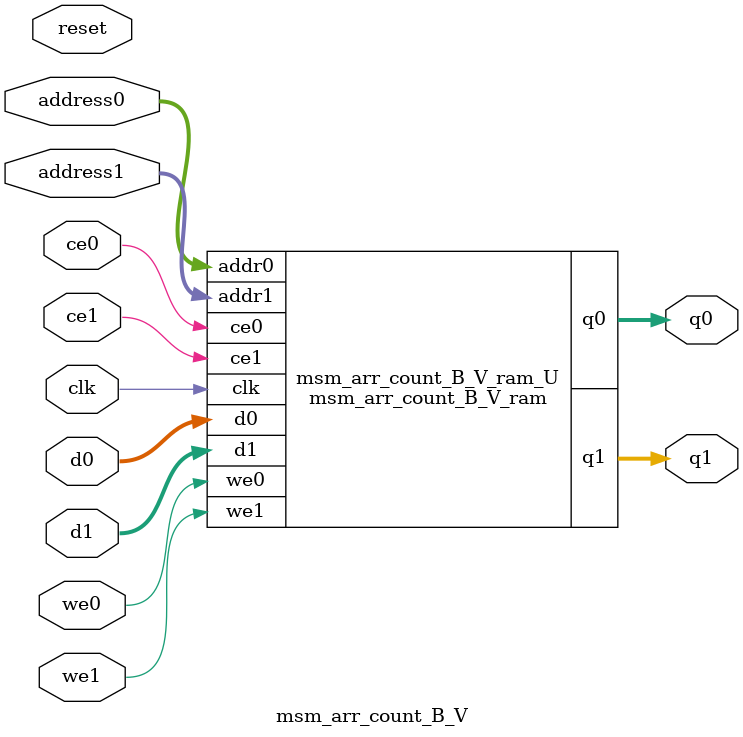
<source format=v>
`timescale 1 ns / 1 ps
module msm_arr_count_B_V_ram (addr0, ce0, d0, we0, q0, addr1, ce1, d1, we1, q1,  clk);

parameter DWIDTH = 13;
parameter AWIDTH = 4;
parameter MEM_SIZE = 16;

input[AWIDTH-1:0] addr0;
input ce0;
input[DWIDTH-1:0] d0;
input we0;
output reg[DWIDTH-1:0] q0;
input[AWIDTH-1:0] addr1;
input ce1;
input[DWIDTH-1:0] d1;
input we1;
output reg[DWIDTH-1:0] q1;
input clk;

reg [DWIDTH-1:0] ram[0:MEM_SIZE-1];




always @(posedge clk)  
begin 
    if (ce0) begin
        if (we0) 
            ram[addr0] <= d0; 
        q0 <= ram[addr0];
    end
end


always @(posedge clk)  
begin 
    if (ce1) begin
        if (we1) 
            ram[addr1] <= d1; 
        q1 <= ram[addr1];
    end
end


endmodule

`timescale 1 ns / 1 ps
module msm_arr_count_B_V(
    reset,
    clk,
    address0,
    ce0,
    we0,
    d0,
    q0,
    address1,
    ce1,
    we1,
    d1,
    q1);

parameter DataWidth = 32'd13;
parameter AddressRange = 32'd16;
parameter AddressWidth = 32'd4;
input reset;
input clk;
input[AddressWidth - 1:0] address0;
input ce0;
input we0;
input[DataWidth - 1:0] d0;
output[DataWidth - 1:0] q0;
input[AddressWidth - 1:0] address1;
input ce1;
input we1;
input[DataWidth - 1:0] d1;
output[DataWidth - 1:0] q1;



msm_arr_count_B_V_ram msm_arr_count_B_V_ram_U(
    .clk( clk ),
    .addr0( address0 ),
    .ce0( ce0 ),
    .we0( we0 ),
    .d0( d0 ),
    .q0( q0 ),
    .addr1( address1 ),
    .ce1( ce1 ),
    .we1( we1 ),
    .d1( d1 ),
    .q1( q1 ));

endmodule


</source>
